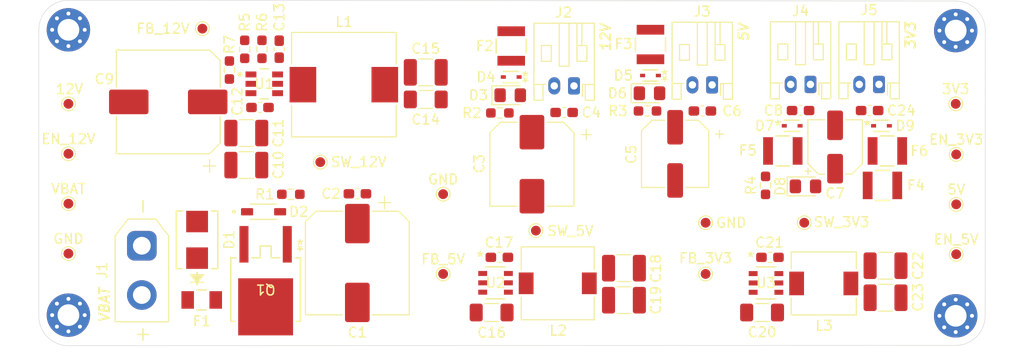
<source format=kicad_pcb>
(kicad_pcb (version 20241229) (generator "pcbnew") (generator_version "9.0")
  (layers (0 "F.Cu" mixed "L1 - SIGNAL ") (4 "In1.Cu" power "L2 - GND") (6 "In2.Cu" power "L3 - POWER") (2 "B.Cu" mixed "L4 - GND") (13 "F.Paste" user) (15 "B.Paste" user) (5 "F.SilkS" user "F.Silkscreen") (7 "B.SilkS" user "B.Silkscreen") (1 "F.Mask" user) (3 "B.Mask" user) (25 "Edge.Cuts" user))
  (net 0 "")
  (net 1 "VBAT")
  (net 2 "GND")
  (net 3 "Net-(D3-A)")
  (net 4 "Net-(D6-A)")
  (net 5 "Net-(U1-SW)")
  (net 6 "Net-(U1-CB)")
  (net 7 "12V_BUS")
  (net 8 "Net-(U2-BST)")
  (net 9 "Net-(U2-SW)")
  (net 10 "5V_BUS")
  (net 11 "Net-(U3-BST)")
  (net 12 "Net-(U3-SW)")
  (net 13 "3V3_BUS")
  (net 14 "Net-(D2-A)")
  (net 15 "Net-(D3-K)")
  (net 16 "Net-(D6-K)")
  (net 17 "Net-(D8-K)")
  (net 18 "Net-(J1-Pin_2)")
  (net 19 "Net-(U1-FB)")
  (net 20 "Net-(Q1-D)")
  (net 21 "Net-(J4-Pin_2)")
  (net 22 "Net-(J5-Pin_2)")
  (net 23 "/3V3_SPLIT")
  (net 24 "Net-(U1-EN)")
  (footprint "test_point_custom:TestPoint_Pad_D1.0mm" (layer "F.Cu") (at 15.02132 37.733333)
    (property "Reference" "GND1")
    (property "Value" "GND" (at 0 -1.5 0) (layer "F.SilkS"))
    (pad "1" smd circle (at 0 0) (size 1 1) (layers "F.Cu" "F.Mask") (net 2 "GND"))
  )
  (footprint "Capacitor_SMD:CP_Elec_10x10" (layer "F.Cu") (at 25.1375 22.3375 180)
    (property "Reference" "C9" (at 6.475 2.325 0) (layer "F.SilkS"))
    (property "Value" "22uF")
    (pad "1" smd roundrect (at -4 0 180) (size 4 2.5) (layers "F.Cu" "F.Mask" "F.Paste") (roundrect_rratio 0.1) (net 1 "VBAT"))
    (pad "2" smd roundrect (at 4 0 180) (size 4 2.5) (layers "F.Cu" "F.Mask" "F.Paste") (roundrect_rratio 0.1) (net 2 "GND"))
  )
  (footprint "Connector_JST:JST_PH_S2B-PH-K_1x02_P2.00mm_Horizontal" (layer "F.Cu") (at 66.2625 20.7097 180)
    (property "Reference" "J2" (at 1.05 7.4472 0) (layer "F.SilkS"))
    (property "Value" "JST-PH_01x02")
    (pad "1" thru_hole roundrect (at 0 0 180) (size 1.2 1.75) (drill 0.75) (layers "*.Cu" "*.Mask") (roundrect_rratio 0.208333) (net 2 "GND"))
    (pad "2" thru_hole oval (at 2 0 180) (size 1.2 1.75) (drill 0.75) (layers "*.Cu" "*.Mask") (net 3 "Net-(D3-A)"))
  )
  (footprint "ESD5Z5.0T1G:SOD-523_0P9X1P3_ONS" (layer "F.Cu") (at 97.425 24.7625)
    (property "Reference" "D9" (at 2.4 0 0) (layer "F.SilkS"))
    (property "Value" "3.3Vrwm")
    (fp_text user "*" (at -1.4351 0 0) (layer "F.SilkS"))
    (fp_text user "*" (at -1.4351 0 0) (layer "F.SilkS"))
    (pad "1" smd rect (at -0.8001 0) (size 0.508 0.3556) (layers "F.Cu" "F.Mask" "F.Paste") (net 22 "Net-(J5-Pin_2)"))
    (pad "2" smd rect (at 0.8001 0) (size 0.508 0.3556) (layers "F.Cu" "F.Mask" "F.Paste") (net 2 "GND"))
  )
  (footprint "Capacitor_SMD:C_1210_3225Metric_Pad1.33x2.70mm_HandSolder" (layer "F.Cu") (at 71.325 39.2125)
    (property "Reference" "C18" (at 3.23575 0.0375 90) (layer "F.SilkS"))
    (property "Value" "22uF")
    (pad "1" smd roundrect (at -1.5625 0) (size 1.325 2.7) (layers "F.Cu" "F.Mask" "F.Paste") (roundrect_rratio 0.188679) (net 10 "5V_BUS"))
    (pad "2" smd roundrect (at 1.5625 0) (size 1.325 2.7) (layers "F.Cu" "F.Mask" "F.Paste") (roundrect_rratio 0.188679) (net 2 "GND"))
  )
  (footprint "Capacitor_SMD:C_0603_1608Metric_Pad1.08x0.95mm_HandSolder" (layer "F.Cu") (at 86.125 38.1125)
    (property "Reference" "C21" (at -0.0375 -1.5 0) (layer "F.SilkS"))
    (property "Value" "0.1uF")
    (pad "1" smd roundrect (at -0.8625 0) (size 1.075 0.95) (layers "F.Cu" "F.Mask" "F.Paste") (net 11 "Net-(U3-BST)"))
    (pad "2" smd roundrect (at 0.8625 0) (size 1.075 0.95) (layers "F.Cu" "F.Mask" "F.Paste") (net 12 "Net-(U3-SW)"))
  )
  (footprint "Resistor_SMD:R_0603_1608Metric_Pad0.98x0.95mm_HandSolder" (layer "F.Cu") (at 73.7125 23.2597 180)
    (property "Reference" "R3" (at 3 0 0) (layer "F.SilkS"))
    (property "Value" "1.5k")
    (pad "1" smd roundrect (at -0.9125 0 180) (size 0.975 0.95) (layers "F.Cu" "F.Mask" "F.Paste") (net 2 "GND"))
    (pad "2" smd roundrect (at 0.9125 0 180) (size 0.975 0.95) (layers "F.Cu" "F.Mask" "F.Paste") (net 16 "Net-(D6-K)"))
  )
  (footprint "Connector_JST:JST_PH_S2B-PH-K_1x02_P2.00mm_Horizontal" (layer "F.Cu") (at 90.225 20.5625 180)
    (property "Reference" "J4" (at 1 7.45 0) (layer "F.SilkS"))
    (property "Value" "JST-PH_01x02")
    (pad "1" thru_hole roundrect (at 0 0 180) (size 1.2 1.75) (drill 0.75) (layers "*.Cu" "*.Mask") (roundrect_rratio 0.208333) (net 2 "GND"))
    (pad "2" thru_hole oval (at 2 0 180) (size 1.2 1.75) (drill 0.75) (layers "*.Cu" "*.Mask") (net 21 "Net-(J4-Pin_2)"))
  )
  (footprint "Capacitor_SMD:C_0603_1608Metric_Pad1.08x0.95mm_HandSolder" (layer "F.Cu") (at 34.4375 22.9)
    (property "Reference" "C12" (at -2.3 -0.6 90) (layer "F.SilkS"))
    (property "Value" "0.1uF")
    (pad "1" smd roundrect (at -0.8625 0) (size 1.075 0.95) (layers "F.Cu" "F.Mask" "F.Paste") (net 1 "VBAT"))
    (pad "2" smd roundrect (at 0.8625 0) (size 1.075 0.95) (layers "F.Cu" "F.Mask" "F.Paste") (net 2 "GND"))
  )
  (footprint "ESD5Z5.0T1G:SOD-523_0P9X1P3_ONS" (layer "F.Cu") (at 88.3749 24.7625)
    (property "Reference" "D7" (at -2.8001 0 0) (layer "F.SilkS"))
    (property "Value" "3.3Vrwm")
    (fp_text user "*" (at -1.4351 0 0) (layer "F.SilkS"))
    (fp_text user "*" (at -1.4351 0 0) (layer "F.SilkS"))
    (pad "1" smd rect (at -0.8001 0) (size 0.508 0.3556) (layers "F.Cu" "F.Mask" "F.Paste") (net 21 "Net-(J4-Pin_2)"))
    (pad "2" smd rect (at 0.8001 0) (size 0.508 0.3556) (layers "F.Cu" "F.Mask" "F.Paste") (net 2 "GND"))
  )
  (footprint "test_point_custom:TestPoint_Pad_D1.0mm" (layer "F.Cu") (at 53 39.8)
    (property "Reference" "FB_5V1")
    (property "Value" "FB_5V" (at 0 -1.5 0) (layer "F.SilkS"))
    (pad "1" smd circle (at 0 0) (size 1 1) (layers "F.Cu" "F.Mask") (net 10 "5V_BUS"))
  )
  (footprint "Capacitor_SMD:CP_Elec_8x10" (layer "F.Cu") (at 62 28.6597 -90)
    (property "Reference" "C3" (at -0.0472 5.3375 90) (layer "F.SilkS"))
    (property "Value" "47uF")
    (pad "1" smd roundrect (at -3.25 0 270) (size 3.5 2.5) (layers "F.Cu" "F.Mask" "F.Paste") (roundrect_rratio 0.1) (net 3 "Net-(D3-A)"))
    (pad "2" smd roundrect (at 3.25 0 270) (size 3.5 2.5) (layers "F.Cu" "F.Mask" "F.Paste") (roundrect_rratio 0.1) (net 2 "GND"))
  )
  (footprint "Capacitor_SMD:C_1206_3216Metric_Pad1.33x1.80mm_HandSolder" (layer "F.Cu") (at 57.9125 43.7125)
    (property "Reference" "C16" (at 0 2.037501 0) (layer "F.SilkS"))
    (property "Value" "10uF")
    (pad "1" smd roundrect (at -1.5625 0) (size 1.325 1.8) (layers "F.Cu" "F.Mask" "F.Paste") (roundrect_rratio 0.188679) (net 7 "12V_BUS"))
    (pad "2" smd roundrect (at 1.5625 0) (size 1.325 1.8) (layers "F.Cu" "F.Mask" "F.Paste") (roundrect_rratio 0.188679) (net 2 "GND"))
  )
  (footprint "test_point_custom:TestPoint_Pad_D1.0mm" (layer "F.Cu") (at 105 27.666667)
    (property "Reference" "EN_3V3")
    (property "Value" "EN_3V3" (at 0 -1.5 0) (layer "F.SilkS"))
    (pad "1" smd circle (at 0 0) (size 1 1) (layers "F.Cu" "F.Mask") (net 10 "5V_BUS"))
  )
  (footprint "Capacitor_SMD:C_1210_3225Metric_Pad1.33x2.70mm_HandSolder" (layer "F.Cu") (at 33.05 25.5)
    (property "Reference" "C11" (at 3.25 0 90) (layer "F.SilkS"))
    (property "Value" "2.2uF")
    (pad "1" smd roundrect (at -1.5625 0) (size 1.325 2.7) (layers "F.Cu" "F.Mask" "F.Paste") (roundrect_rratio 0.188679) (net 1 "VBAT"))
    (pad "2" smd roundrect (at 1.5625 0) (size 1.325 2.7) (layers "F.Cu" "F.Mask" "F.Paste") (roundrect_rratio 0.188679) (net 2 "GND"))
  )
  (footprint "MountingHole:MountingHole_2.2mm_M2_Pad_Via" (layer "F.Cu") (at 104.95 44.05)
    (property "Reference" "H4" (hide yes))
    (property "Value" "MountingHole_Pad")
    (pad "1" thru_hole circle (at -1.65 0) (size 0.7 0.7) (drill 0.4) (layers "*.Cu" "*.Mask"))
    (pad "1" thru_hole circle (at -1.166726 -1.166726) (size 0.7 0.7) (drill 0.4) (layers "*.Cu" "*.Mask"))
    (pad "1" thru_hole circle (at -1.166726 1.166726) (size 0.7 0.7) (drill 0.4) (layers "*.Cu" "*.Mask"))
    (pad "1" thru_hole circle (at 0 -1.65) (size 0.7 0.7) (drill 0.4) (layers "*.Cu" "*.Mask"))
    (pad "1" thru_hole circle (at 0 0) (size 4.4 4.4) (drill 2.2) (layers "*.Cu" "*.Mask"))
    (pad "1" thru_hole circle (at 0 1.65) (size 0.7 0.7) (drill 0.4) (layers "*.Cu" "*.Mask"))
    (pad "1" thru_hole circle (at 1.166726 -1.166726) (size 0.7 0.7) (drill 0.4) (layers "*.Cu" "*.Mask"))
    (pad "1" thru_hole circle (at 1.166726 1.166726) (size 0.7 0.7) (drill 0.4) (layers "*.Cu" "*.Mask"))
    (pad "1" thru_hole circle (at 1.65 0) (size 0.7 0.7) (drill 0.4) (layers "*.Cu" "*.Mask"))
  )
  (footprint "test_point_custom:TestPoint_Pad_D1.0mm" (layer "F.Cu") (at 62.4 35.4)
    (property "Reference" "SW_5V1")
    (property "Value" "SW_5V" (at 3.5 0.0375 0) (layer "F.SilkS"))
    (pad "1" smd circle (at 0 0) (size 1 1) (layers "F.Cu" "F.Mask") (net 9 "Net-(U2-SW)"))
  )
  (footprint "test_point_custom:TestPoint_Pad_D1.0mm" (layer "F.Cu") (at 15.02132 22.533333)
    (property "Reference" "12V1")
    (property "Value" "12V" (at 0.1 -1.5 0) (layer "F.SilkS"))
    (pad "1" smd circle (at 0 0) (size 1 1) (layers "F.Cu" "F.Mask") (net 7 "12V_BUS"))
  )
  (footprint "LMR51635XFDDCR:DDC0006A-MFG" (layer "F.Cu") (at 34.871508 20.500999)
    (property "Reference" "U1" (at 0 0 0) (layer "F.SilkS"))
    (property "Value" "LMR51635XFDDCR" (hide yes))
    (pad "1" smd rect (at -1.349992 -0.950001) (size 1.1 0.599999) (layers "F.Cu" "F.Mask" "F.Paste") (net 19 "Net-(U1-FB)"))
    (pad "2" smd rect (at -1.349992 0) (size 1.1 0.599999) (layers "F.Cu" "F.Mask" "F.Paste") (net 24 "Net-(U1-EN)"))
    (pad "3" smd rect (at -1.349992 0.950001) (size 1.1 0.599999) (layers "F.Cu" "F.Mask" "F.Paste") (net 1 "VBAT"))
    (pad "4" smd rect (at 1.349992 0.950001) (size 1.1 0.599999) (layers "F.Cu" "F.Mask" "F.Paste") (net 2 "GND"))
    (pad "5" smd rect (at 1.349992 0) (size 1.1 0.599999) (layers "F.Cu" "F.Mask" "F.Paste") (net 5 "Net-(U1-SW)"))
    (pad "6" smd rect (at 1.349992 -0.950001) (size 1.1 0.599999) (layers "F.Cu" "F.Mask" "F.Paste") (net 6 "Net-(U1-CB)"))
  )
  (footprint "MountingHole:MountingHole_2.2mm_M2_Pad_Via" (layer "F.Cu") (at 15.02132 43.97868)
    (property "Reference" "H3" (hide yes))
    (property "Value" "MountingHole_Pad")
    (pad "1" thru_hole circle (at -1.65 0) (size 0.7 0.7) (drill 0.4) (layers "*.Cu" "*.Mask"))
    (pad "1" thru_hole circle (at -1.166726 -1.166726) (size 0.7 0.7) (drill 0.4) (layers "*.Cu" "*.Mask"))
    (pad "1" thru_hole circle (at -1.166726 1.166726) (size 0.7 0.7) (drill 0.4) (layers "*.Cu" "*.Mask"))
    (pad "1" thru_hole circle (at 0 -1.65) (size 0.7 0.7) (drill 0.4) (layers "*.Cu" "*.Mask"))
    (pad "1" thru_hole circle (at 0 0) (size 4.4 4.4) (drill 2.2) (layers "*.Cu" "*.Mask"))
    (pad "1" thru_hole circle (at 0 1.65) (size 0.7 0.7) (drill 0.4) (layers "*.Cu" "*.Mask"))
    (pad "1" thru_hole circle (at 1.166726 -1.166726) (size 0.7 0.7) (drill 0.4) (layers "*.Cu" "*.Mask"))
    (pad "1" thru_hole circle (at 1.166726 1.166726) (size 0.7 0.7) (drill 0.4) (layers "*.Cu" "*.Mask"))
    (pad "1" thru_hole circle (at 1.65 0) (size 0.7 0.7) (drill 0.4) (layers "*.Cu" "*.Mask"))
  )
  (footprint "LED_SMD:LED_0805_2012Metric_Pad1.15x1.40mm_HandSolder" (layer "F.Cu") (at 73.9125 21.4597)
    (property "Reference" "D6" (at -3.25 0 0) (layer "F.SilkS"))
    (property "Value" "2Vf")
    (pad "1" smd roundrect (at -1.025 0) (size 1.15 1.4) (layers "F.Cu" "F.Mask" "F.Paste") (roundrect_rratio 0.217391) (net 16 "Net-(D6-K)"))
    (pad "2" smd roundrect (at 1.025 0) (size 1.15 1.4) (layers "F.Cu" "F.Mask" "F.Paste") (roundrect_rratio 0.217391) (net 4 "Net-(D6-A)"))
  )
  (footprint "Connector_JST:JST_PH_S2B-PH-K_1x02_P2.00mm_Horizontal" (layer "F.Cu") (at 80.2625 20.6097 180)
    (property "Reference" "J3" (at 1 7.4472 0) (layer "F.SilkS"))
    (property "Value" "JST-PH_01x02")
    (pad "1" thru_hole roundrect (at 0 0 180) (size 1.2 1.75) (drill 0.75) (layers "*.Cu" "*.Mask") (roundrect_rratio 0.208333) (net 2 "GND"))
    (pad "2" thru_hole oval (at 2 0 180) (size 1.2 1.75) (drill 0.75) (layers "*.Cu" "*.Mask") (net 4 "Net-(D6-A)"))
  )
  (footprint "GSFD6959:PMOSGDS_TO-252_DPAK_GAS" (layer "F.Cu") (at 35.007499 41.3849 180)
    (property "Reference" "Q1" (at 0 0 180) (layer "F.SilkS"))
    (property "Value" "60Vds")
    (fp_text user "*" (at -3.5 4.5 0) (layer "F.SilkS"))
    (fp_text user "*" (at -3.5 4.5 180) (layer "F.SilkS"))
    (pad "1" smd rect (at -2.194999 4.5974 180) (size 0.9144 3.7084) (layers "F.Cu" "F.Mask" "F.Paste") (net 14 "Net-(D2-A)"))
    (pad "2" smd rect (at 0 -1.7526 180) (size 5.5626 5.7912) (layers "F.Cu" "F.Mask" "F.Paste") (net 20 "Net-(Q1-D)"))
    (pad "3" smd rect (at 2.194999 4.5974 180) (size 0.9144 3.7084) (layers "F.Cu" "F.Mask" "F.Paste") (net 1 "VBAT"))
  )
  (footprint "test_point_custom:TestPoint_Pad_D1.0mm" (layer "F.Cu") (at 79.6 34.6)
    (property "Reference" "GND3")
    (property "Value" "GND" (at 2.6 0 0) (layer "F.SilkS"))
    (pad "1" smd circle (at 0 0) (size 1 1) (layers "F.Cu" "F.Mask") (net 2 "GND"))
  )
  (footprint "Resistor_SMD:R_0603_1608Metric_Pad0.98x0.95mm_HandSolder" (layer "F.Cu") (at 37.5625 31.7125)
    (property "Reference" "R1" (at -2.6375 0 0) (layer "F.SilkS"))
    (property "Value" "100k")
    (pad "1" smd roundrect (at -0.9125 0) (size 0.975 0.95) (layers "F.Cu" "F.Mask" "F.Paste") (net 14 "Net-(D2-A)"))
    (pad "2" smd roundrect (at 0.9125 0) (size 0.975 0.95) (layers "F.Cu" "F.Mask" "F.Paste") (net 2 "GND"))
  )
  (footprint "0ZCH0050FF2G:0ZCH_BEL" (layer "F.Cu") (at 98.0236 27.3125)
    (property "Reference" "F6" (at 3.25 0 0) (layer "F.SilkS"))
    (property "Value" "0.5A 16V")
    (pad "1" smd rect (at -1.4986 0) (size 0.9906 2.794) (layers "F.Cu" "F.Mask" "F.Paste") (net 22 "Net-(J5-Pin_2)"))
    (pad "2" smd rect (at 1.4986 0) (size 0.9906 2.794) (layers "F.Cu" "F.Mask" "F.Paste") (net 23 "/3V3_SPLIT"))
  )
  (footprint "SMBJ51A-13-F:SMB_DIO" (layer "F.Cu") (at 28.063098 36.3375 90)
    (property "Reference" "D1" (at 0 3.25 90) (layer "F.SilkS"))
    (property "Value" "51Vrwm")
    (pad "1" smd rect (at -1.8572 0 180) (size 2.21 2.1804) (layers "F.Cu" "F.Mask" "F.Paste") (net 20 "Net-(Q1-D)"))
    (pad "2" smd rect (at 1.8572 0 180) (size 2.21 2.1804) (layers "F.Cu" "F.Mask" "F.Paste") (net 2 "GND"))
  )
  (footprint "0ZCH0050FF2G:0ZCH_BEL" (layer "F.Cu") (at 97.525 30.8125)
    (property "Reference" "F4" (at 3.4 0 0) (layer "F.SilkS"))
    (property "Value" "0.5A 16V")
    (pad "1" smd rect (at -1.4986 0) (size 0.9906 2.794) (layers "F.Cu" "F.Mask" "F.Paste") (net 23 "/3V3_SPLIT"))
    (pad "2" smd rect (at 1.4986 0) (size 0.9906 2.794) (layers "F.Cu" "F.Mask" "F.Paste") (net 13 "3V3_BUS"))
  )
  (footprint "Capacitor_SMD:C_1206_3216Metric_Pad1.33x1.80mm_HandSolder" (layer "F.Cu") (at 51.2375 22.0875)
    (property "Reference" "C14" (at 0 2.05 0) (layer "F.SilkS"))
    (property "Value" "10uF")
    (pad "1" smd roundrect (at -1.5625 0) (size 1.325 1.8) (layers "F.Cu" "F.Mask" "F.Paste") (roundrect_rratio 0.188679) (net 7 "12V_BUS"))
    (pad "2" smd roundrect (at 1.5625 0) (size 1.325 1.8) (layers "F.Cu" "F.Mask" "F.Paste") (roundrect_rratio 0.188679) (net 2 "GND"))
  )
  (footprint "Resistor_SMD:R_0603_1608Metric_Pad0.98x0.95mm_HandSolder" (layer "F.Cu") (at 85.675 30.81125 -90)
    (property "Reference" "R4" (at 0 1.4875 90) (layer "F.SilkS"))
    (property "Value" "680")
    (pad "1" smd roundrect (at -0.9125 0 270) (size 0.975 0.95) (layers "F.Cu" "F.Mask" "F.Paste") (net 2 "GND"))
    (pad "2" smd roundrect (at 0.9125 0 270) (size 0.975 0.95) (layers "F.Cu" "F.Mask" "F.Paste") (net 17 "Net-(D8-K)"))
  )
  (footprint "AP63205WU-7:SOIC_05WU-7_DIO" (layer "F.Cu") (at 58.31075 40.700001)
    (property "Reference" "U2" (at 0 0 0) (layer "F.SilkS"))
    (property "Value" "AP63205WU-7")
    (fp_text user "*" (at -1.55575 -2.601 0) (layer "F.SilkS"))
    (fp_text user "*" (at -1.55575 -2.601 0) (layer "F.SilkS"))
    (pad "1" smd rect (at -1.30175 -0.950001) (size 0.9017 0.508) (layers "F.Cu" "F.Mask" "F.Paste") (net 10 "5V_BUS"))
    (pad "2" smd rect (at -1.30175 0) (size 0.9017 0.508) (layers "F.Cu" "F.Mask" "F.Paste") (net 7 "12V_BUS"))
    (pad "3" smd rect (at -1.30175 0.950001) (size 0.9017 0.508) (layers "F.Cu" "F.Mask" "F.Paste") (net 7 "12V_BUS"))
    (pad "4" smd rect (at 1.30175 0.950001) (size 0.9017 0.508) (layers "F.Cu" "F.Mask" "F.Paste") (net 2 "GND"))
    (pad "5" smd rect (at 1.30175 0) (size 0.9017 0.508) (layers "F.Cu" "F.Mask" "F.Paste") (net 9 "Net-(U2-SW)"))
    (pad "6" smd rect (at 1.30175 -0.950001) (size 0.9017 0.508) (layers "F.Cu" "F.Mask" "F.Paste") (net 8 "Net-(U2-BST)"))
  )
  (footprint "0ZCH0050FF2G:0ZCH_BEL" (layer "F.Cu") (at 74.0125 16.5111 90)
    (property "Reference" "F3" (at 0.0614 -2.73 0) (layer "F.SilkS"))
    (property "Value" "0.5A 16V")
    (pad "1" smd rect (at -1.4986 0 90) (size 0.9906 2.794) (layers "F.Cu" "F.Mask" "F.Paste") (net 4 "Net-(D6-A)"))
    (pad "2" smd rect (at 1.4986 0 90) (size 0.9906 2.794) (layers "F.Cu" "F.Mask" "F.Paste") (net 10 "5V_BUS"))
  )
  (footprint "Capacitor_SMD:C_1210_3225Metric_Pad1.33x2.70mm_HandSolder" (layer "F.Cu") (at 71.325 42.4625)
    (property "Reference" "C19" (at 3.23575 0 90) (layer "F.SilkS"))
    (property "Value" "22uF")
    (pad "1" smd roundrect (at -1.5625 0) (size 1.325 2.7) (layers "F.Cu" "F.Mask" "F.Paste") (roundrect_rratio 0.188679) (net 10 "5V_BUS"))
    (pad "2" smd roundrect (at 1.5625 0) (size 1.325 2.7) (layers "F.Cu" "F.Mask" "F.Paste") (roundrect_rratio 0.188679) (net 2 "GND"))
  )
  (footprint "Capacitor_SMD:C_1210_3225Metric_Pad1.33x2.70mm_HandSolder" (layer "F.Cu") (at 97.8375 42.2125)
    (property "Reference" "C23" (at 3.2875 -0.05 90) (layer "F.SilkS"))
    (property "Value" "22uF")
    (pad "1" smd roundrect (at -1.5625 0) (size 1.325 2.7) (layers "F.Cu" "F.Mask" "F.Paste") (roundrect_rratio 0.188679) (net 13 "3V3_BUS"))
    (pad "2" smd roundrect (at 1.5625 0) (size 1.325 2.7) (layers "F.Cu" "F.Mask" "F.Paste") (roundrect_rratio 0.188679) (net 2 "GND"))
  )
  (footprint "Connector_AMASS:AMASS_XT30UPB-M_1x02_P5.0mm_Vertical" (layer "F.Cu") (at 22.4625 36.9375 -90)
    (property "Reference" "J1" (at 2.5 4.014998 90) (layer "F.SilkS"))
    (property "Value" "XT30-M_Ver")
    (fp_text user "+" (at 9 0 90) (layer "F.SilkS") (effects (font (size 1.5 1.5))))
    (fp_text user "-" (at -4 0 90) (layer "F.SilkS") (effects (font (size 1.5 1.5))))
    (pad "1" thru_hole roundrect (at 0 0 270) (size 3 3) (drill 1.8) (layers "*.Cu" "*.Mask") (net 2 "GND"))
    (pad "2" thru_hole circle (at 5 0 270) (size 3 3) (drill 1.8) (layers "*.Cu" "*.Mask") (net 18 "Net-(J1-Pin_2)"))
  )
  (footprint "Capacitor_SMD:CP_Elec_10x10" (layer "F.Cu") (at 44.302498 38.6875 -90)
    (property "Reference" "C1" (at 7.05 0 180) (layer "F.SilkS"))
    (property "Value" "47uF")
    (pad "1" smd roundrect (at -4 0 270) (size 4 2.5) (layers "F.Cu" "F.Mask" "F.Paste") (roundrect_rratio 0.1) (net 1 "VBAT"))
    (pad "2" smd roundrect (at 4 0 270) (size 4 2.5) (layers "F.Cu" "F.Mask" "F.Paste") (roundrect_rratio 0.1) (net 2 "GND"))
  )
  (footprint "Inductor_SMD:L_10.4x10.4_H4.8" (layer "F.Cu") (at 42.9375 20.5875)
    (property "Reference" "L1" (at 0.025 -6.375 0) (layer "F.SilkS"))
    (property "Value" "51uH")
    (pad "1" smd rect (at -4.15 0) (size 2.7 3.6) (layers "F.Cu" "F.Mask" "F.Paste") (net 5 "Net-(U1-SW)"))
    (pad "2" smd rect (at 4.15 0) (size 2.7 3.6) (layers "F.Cu" "F.Mask" "F.Paste") (net 7 "12V_BUS"))
  )
  (footprint "Capacitor_SMD:C_1206_3216Metric_Pad1.33x1.80mm_HandSolder" (layer "F.Cu") (at 85.325 43.7125)
    (property "Reference" "C20" (at 0 2 0) (layer "F.SilkS"))
    (property "Value" "10uF")
    (pad "1" smd roundrect (at -1.5625 0) (size 1.325 1.8) (layers "F.Cu" "F.Mask" "F.Paste") (roundrect_rratio 0.188679) (net 10 "5V_BUS"))
    (pad "2" smd roundrect (at 1.5625 0) (size 1.325 1.8) (layers "F.Cu" "F.Mask" "F.Paste") (roundrect_rratio 0.188679) (net 2 "GND"))
  )
  (footprint "LED_SMD:LED_0805_2012Metric_Pad1.15x1.40mm_HandSolder" (layer "F.Cu") (at 59.8 21.6597)
    (property "Reference" "D3" (at -3.225 0 0) (layer "F.SilkS"))
    (property "Value" "2Vf")
    (pad "1" smd roundrect (at -1.025 0) (size 1.15 1.4) (layers "F.Cu" "F.Mask" "F.Paste") (roundrect_rratio 0.217391) (net 15 "Net-(D3-K)"))
    (pad "2" smd roundrect (at 1.025 0) (size 1.15 1.4) (layers "F.Cu" "F.Mask" "F.Paste") (roundrect_rratio 0.217391) (net 3 "Net-(D3-A)"))
  )
  (footprint "Capacitor_SMD:C_1210_3225Metric_Pad1.33x2.70mm_HandSolder" (layer "F.Cu") (at 97.8375 38.9625)
    (property "Reference" "C22" (at 3.2875 0 90) (layer "F.SilkS"))
    (property "Value" "22uF")
    (pad "1" smd roundrect (at -1.5625 0) (size 1.325 2.7) (layers "F.Cu" "F.Mask" "F.Paste") (roundrect_rratio 0.188679) (net 13 "3V3_BUS"))
    (pad "2" smd roundrect (at 1.5625 0) (size 1.325 2.7) (layers "F.Cu" "F.Mask" "F.Paste") (roundrect_rratio 0.188679) (net 2 "GND"))
  )
  (footprint "Capacitor_SMD:CP_Elec_6.3x7.7" (layer "F.Cu") (at 76.5125 27.6097 -90)
    (property "Reference" "C5" (at 0.05 4.45 90) (layer "F.SilkS"))
    (property "Value" "47uF")
    (pad "1" smd roundrect (at -2.7 0 270) (size 3.5 1.6) (layers "F.Cu" "F.Mask" "F.Paste") (roundrect_rratio 0.15625) (net 4 "Net-(D6-A)"))
    (pad "2" smd roundrect (at 2.7 0 270) (size 3.5 1.6) (layers "F.Cu" "F.Mask" "F.Paste") (roundrect_rratio 0.15625) (net 2 "GND"))
  )
  (footprint "BZT52C15-7-F:SOD3715X135N" (layer "F.Cu") (at 34.802498 33.4875)
    (property "Reference" "D2" (at 3.5606 0 0) (layer "F.SilkS"))
    (property "Value" "15Vz")
    (pad "1" smd roundrect (at -1.675 0) (size 1.22 0.74) (layers "F.Cu" "F.Mask" "F.Paste") (roundrect_rratio 0.125) (net 1 "VBAT"))
    (pad "2" smd roundrect (at 1.675 0) (size 1.22 0.74) (layers "F.Cu" "F.Mask" "F.Paste") (roundrect_rratio 0.125) (net 14 "Net-(D2-A)"))
  )
  (footprint "Resistor_SMD:R_0603_1608Metric_Pad0.98x0.95mm_HandSolder" (layer "F.Cu") (at 58.75 23.4597 180)
    (property "Reference" "R2" (at 2.8375 0 0) (layer "F.SilkS"))
    (property "Value" "4.7k")
    (pad "1" smd roundrect (at -0.9125 0 180) (size 0.975 0.95) (layers "F.Cu" "F.Mask" "F.Paste") (net 2 "GND"))
    (pad "2" smd roundrect (at 0.9125 0 180) (size 0.975 0.95) (layers "F.Cu" "F.Mask" "F.Paste") (net 15 "Net-(D3-K)"))
  )
  (footprint "Capacitor_SMD:C_0603_1608Metric_Pad1.08x0.95mm_HandSolder" (layer "F.Cu") (at 36.3875 16.9875 90)
    (property "Reference" "C13" (at 3.25 0 90) (layer "F.SilkS"))
    (property "Value" "0.1uF")
    (pad "1" smd roundrect (at -0.8625 0 90) (size 1.075 0.95) (layers "F.Cu" "F.Mask" "F.Paste") (net 6 "Net-(U1-CB)"))
    (pad "2" smd roundrect (at 0.8625 0 90) (size 1.075 0.95) (layers "F.Cu" "F.Mask" "F.Paste") (net 5 "Net-(U1-SW)"))
  )
  (footprint "Capacitor_SMD:C_0603_1608Metric_Pad1.08x0.95mm_HandSolder" (layer "F.Cu") (at 65.2625 23.4097)
    (property "Reference" "C4" (at 2.75 0 0) (layer "F.SilkS"))
    (property "Value" "0.1uF")
    (pad "1" smd roundrect (at -0.8625 0) (size 1.075 0.95) (layers "F.Cu" "F.Mask" "F.Paste") (net 3 "Net-(D3-A)"))
    (pad "2" smd roundrect (at 0.8625 0) (size 1.075 0.95) (layers "F.Cu" "F.Mask" "F.Paste") (net 2 "GND"))
  )
  (footprint "test_point_custom:TestPoint_Pad_D1.0mm" (layer "F.Cu") (at 89.6 34.6)
    (property "Reference" "SW_3V3")
    (property "Value" "SW_3V3" (at 3.7875 -0.0625 0) (layer "F.SilkS"))
    (pad "1" smd circle (at 0 0) (size 1 1) (layers "F.Cu" "F.Mask") (net 12 "Net-(U3-SW)"))
  )
  (footprint "Capacitor_SMD:C_0603_1608Metric_Pad1.08x0.95mm_HandSolder" (layer "F.Cu") (at 79.275 23.2597)
    (property "Reference" "C6" (at 3 0 0) (layer "F.SilkS"))
    (property "Value" "0.1uF")
    (pad "1" smd roundrect (at -0.8625 0) (size 1.075 0.95) (layers "F.Cu" "F.Mask" "F.Paste") (net 4 "Net-(D6-A)"))
    (pad "2" smd roundrect (at 0.8625 0) (size 1.075 0.95) (layers "F.Cu" "F.Mask" "F.Paste") (net 2 "GND"))
  )
  (footprint "test_point_custom:TestPoint_Pad_D1.0mm" (layer "F.Cu") (at 53 31.7)
    (property "Reference" "GND2")
    (property "Value" "GND" (at 0 -1.5 0) (layer "F.SilkS"))
    (pad "1" smd circle (at 0 0) (size 1 1) (layers "F.Cu" "F.Mask") (net 2 "GND"))
  )
  (footprint "test_point_custom:TestPoint_Pad_D1.0mm" (layer "F.Cu") (at 79.6 39.8)
    (property "Reference" "FB_3V3")
    (property "Value" "FB_3V3" (at 0 -1.6 0) (layer "F.SilkS"))
    (pad "1" smd circle (at 0 0) (size 1 1) (layers "F.Cu" "F.Mask") (net 13 "3V3_BUS"))
  )
  (footprint "Capacitor_SMD:C_0603_1608Metric_Pad1.08x0.95mm_HandSolder" (layer "F.Cu") (at 58.7 38.1125)
    (property "Reference" "C17" (at -0.0375 -1.5 0) (layer "F.SilkS"))
    (property "Value" "0.1uF")
    (pad "1" smd roundrect (at -0.8625 0) (size 1.075 0.95) (layers "F.Cu" "F.Mask" "F.Paste") (net 8 "Net-(U2-BST)"))
    (pad "2" smd roundrect (at 0.8625 0) (size 1.075 0.95) (layers "F.Cu" "F.Mask" "F.Paste") (net 9 "Net-(U2-SW)"))
  )
  (footprint "0685T3500-01:C1_BEL" (layer "F.Cu") (at 28.530098 42.4375)
    (property "Reference" "F1" (at 0 2.15 0) (layer "F.SilkS"))
    (property "Value" "3.5A 63V")
    (pad "1" smd rect (at -1.4224 0) (size 1.27 1.778) (layers "F.Cu" "F.Mask" "F.Paste") (net 18 "Net-(J1-Pin_2)"))
    (pad "2" smd rect (at 1.4224 0) (size 1.27 1.778) (layers "F.Cu" "F.Mask" "F.Paste") (net 20 "Net-(Q1-D)"))
  )
  (footprint "ESD5Z5.0T1G:SOD-523_0P9X1P3_ONS" (layer "F.Cu") (at 74.0125 19.6597 180)
    (property "Reference" "D5" (at 2.75 0 0) (layer "F.SilkS"))
    (property "Value" "5Vrwm")
    (fp_text user "*" (at -1.4351 0 180) (layer "F.SilkS"))
    (fp_text user "*" (at -1.4351 0 0) (layer "F.SilkS"))
    (pad "1" smd rect (at -0.8001 0 180) (size 0.508 0.3556) (layers "F.Cu" "F.Mask" "F.Paste") (net 4 "Net-(D6-A)"))
    (pad "2" smd rect (at 0.8001 0 180) (size 0.508 0.3556) (layers "F.Cu" "F.Mask" "F.Paste") (net 2 "GND"))
  )
  (footprint "Resistor_SMD:R_0603_1608Metric_Pad0.98x0.95mm_HandSolder" (layer "F.Cu") (at 34.6375 17 90)
    (property "Reference" "R6" (at 2.75 0 90) (layer "F.SilkS"))
    (property "Value" "10.2k")
    (pad "1" smd roundrect (at -0.9125 0 90) (size 0.975 0.95) (layers "F.Cu" "F.Mask" "F.Paste") (net 19 "Net-(U1-FB)"))
    (pad "2" smd roundrect (at 0.9125 0 90) (size 0.975 0.95) (layers "F.Cu" "F.Mask" "F.Paste") (net 2 "GND"))
  )
  (footprint "LED_SMD:LED_0805_2012Metric_Pad1.15x1.40mm_HandSolder" (layer "F.Cu") (at 89.725 30.9125)
    (property "Reference" "D8" (at -2.55 0 90) (layer "F.SilkS"))
    (property "Value" "2Vf")
    (pad "1" smd roundrect (at -1.025 0) (size 1.15 1.4) (layers "F.Cu" "F.Mask" "F.Paste") (roundrect_rratio 0.217391) (net 17 "Net-(D8-K)"))
    (pad "2" smd roundrect (at 1.025 0) (size 1.15 1.4) (layers "F.Cu" "F.Mask" "F.Paste") (roundrect_rratio 0.217391) (net 23 "/3V3_SPLIT"))
  )
  (footprint "test_point_custom:TestPoint_Pad_D1.0mm" (layer "F.Cu") (at 105 37.8)
    (property "Reference" "EN_5V1")
    (property "Value" "EN_5V" (at 0 -1.5 0) (layer "F.SilkS"))
    (pad "1" smd circle (at 0 0) (size 1 1) (layers "F.Cu" "F.Mask") (net 7 "12V_BUS"))
  )
  (footprint "test_point_custom:TestPoint_Pad_D1.0mm" (layer "F.Cu") (at 104.95 22.533333)
    (property "Reference" "3V3")
    (property "Value" "3V3" (at 0 -1.5 0) (layer "F.SilkS"))
    (pad "1" smd circle (at 0 0) (size 1 1) (layers "F.Cu" "F.Mask") (net 13 "3V3_BUS"))
  )
  (footprint "Connector_JST:JST_PH_S2B-PH-K_1x02_P2.00mm_Horizontal" (layer "F.Cu") (at 97.175 20.5625 180)
    (property "Reference" "J5" (at 1 7.55 0) (layer "F.SilkS"))
    (property "Value" "JST-PH_01x02")
    (pad "1" thru_hole roundrect (at 0 0 180) (size 1.2 1.75) (drill 0.75) (layers "*.Cu" "*.Mask") (roundrect_rratio 0.208333) (net 2 "GND"))
    (pad "2" thru_hole oval (at 2 0 180) (size 1.2 1.75) (drill 0.75) (layers "*.Cu" "*.Mask") (net 22 "Net-(J5-Pin_2)"))
  )
  (footprint "MountingHole:MountingHole_2.2mm_M2_Pad_Via" (layer "F.Cu") (at 15.02132 15.02132)
    (property "Reference" "H1" (hide yes))
    (property "Value" "MountingHole_Pad")
    (pad "1" thru_hole circle (at -1.65 0) (size 0.7 0.7) (drill 0.4) (layers "*.Cu" "*.Mask"))
    (pad "1" thru_hole circle (at -1.166726 -1.166726) (size 0.7 0.7) (drill 0.4) (layers "*.Cu" "*.Mask"))
    (pad "1" thru_hole circle (at -1.166726 1.166726) (size 0.7 0.7) (drill 0.4) (layers "*.Cu" "*.Mask"))
    (pad "1" thru_hole circle (at 0 -1.65) (size 0.7 0.7) (drill 0.4) (layers "*.Cu" "*.Mask"))
    (pad "1" thru_hole circle (at 0 0) (size 4.4 4.4) (drill 2.2) (layers "*.Cu" "*.Mask"))
    (pad "1" thru_hole circle (at 0 1.65) (size 0.7 0.7) (drill 0.4) (layers "*.Cu" "*.Mask"))
    (pad "1" thru_hole circle (at 1.166726 -1.166726) (size 0.7 0.7) (drill 0.4) (layers "*.Cu" "*.Mask"))
    (pad "1" thru_hole circle (at 1.166726 1.166726) (size 0.7 0.7) (drill 0.4) (layers "*.Cu" "*.Mask"))
    (pad "1" thru_hole circle (at 1.65 0) (size 0.7 0.7) (drill 0.4) (layers "*.Cu" "*.Mask"))
  )
  (footprint "Capacitor_SMD:C_0603_1608Metric_Pad1.08x0.95mm_HandSolder" (layer "F.Cu") (at 44.3125 31.6625)
    (property "Reference" "C2" (at -2.677498 0 0) (layer "F.SilkS"))
    (property "Value" "0.1uF")
    (pad "1" smd roundrect (at -0.8625 0) (size 1.075 0.95) (layers "F.Cu" "F.Mask" "F.Paste") (net 1 "VBAT"))
    (pad "2" smd roundrect (at 0.8625 0) (size 1.075 0.95) (layers "F.Cu" "F.Mask" "F.Paste") (net 2 "GND"))
  )
  (footprint "0ZCH0050FF2G:0ZCH_BEL" (layer "F.Cu") (at 59.9 16.6611 90)
    (property "Reference" "F2" (at 0.0014 -2.6875 0) (layer "F.SilkS"))
    (property "Value" "0.5A 16V")
    (pad "1" smd rect (at -1.4986 0 90) (size 0.9906 2.794) (layers "F.Cu" "F.Mask" "F.Paste") (net 3 "Net-(D3-A)"))
    (pad "2" smd rect (at 1.4986 0 90) (size 0.9906 2.794) (layers "F.Cu" "F.Mask" "F.Paste") (net 7 "12V_BUS"))
  )
  (footprint "Inductor_SMD:L_7.3x7.3_H4.5" (layer "F.Cu") (at 64.6125 40.75)
    (property "Reference" "L2" (at 0.05 4.8 0) (layer "F.SilkS"))
    (property "Value" "4.7uH")
    (pad "1" smd rect (at -3.2 0) (size 1.5 2.2) (layers "F.Cu" "F.Mask" "F.Paste") (net 9 "Net-(U2-SW)"))
    (pad "2" smd rect (at 3.2 0) (size 1.5 2.2) (layers "F.Cu" "F.Mask" "F.Paste") (net 10 "5V_BUS"))
  )
  (footprint "MountingHole:MountingHole_2.2mm_M2_Pad_Via" (layer "F.Cu") (at 104.95 15.1)
    (property "Reference" "H2" (hide yes))
    (property "Value" "MountingHole_Pad")
    (pad "1" thru_hole circle (at -1.65 0) (size 0.7 0.7) (drill 0.4) (layers "*.Cu" "*.Mask"))
    (pad "1" thru_hole circle (at -1.166726 -1.166726) (size 0.7 0.7) (drill 0.4) (layers "*.Cu" "*.Mask"))
    (pad "1" thru_hole circle (at -1.166726 1.166726) (size 0.7 0.7) (drill 0.4) (layers "*.Cu" "*.Mask"))
    (pad "1" thru_hole circle (at 0 -1.65) (size 0.7 0.7) (drill 0.4) (layers "*.Cu" "*.Mask"))
    (pad "1" thru_hole circle (at 0 0) (size 4.4 4.4) (drill 2.2) (layers "*.Cu" "*.Mask"))
    (pad "1" thru_hole circle (at 0 1.65) (size 0.7 0.7) (drill 0.4) (layers "*.Cu" "*.Mask"))
    (pad "1" thru_hole circle (at 1.166726 -1.166726) (size 0.7 0.7) (drill 0.4) (layers "*.Cu" "*.Mask"))
    (pad "1" thru_hole circle (at 1.166726 1.166726) (size 0.7 0.7) (drill 0.4) (layers "*.Cu" "*.Mask"))
    (pad "1" thru_hole circle (at 1.65 0) (size 0.7 0.7) (drill 0.4) (layers "*.Cu" "*.Mask"))
  )
  (footprint "Resistor_SMD:R_0603_1608Metric_Pad0.98x0.95mm_HandSolder" (layer "F.Cu") (at 32.8875 17 -90)
    (property "Reference" "R5" (at -2.75 0 90) (layer "F.SilkS"))
    (property "Value" "143k")
    (pad "1" smd roundrect (at -0.9125 0 270) (size 0.975 0.95) (layers "F.Cu" "F.Mask" "F.Paste") (net 7 "12V_BUS"))
    (pad "2" smd roundrect (at 0.9125 0 270) (size 0.975 0.95) (layers "F.Cu" "F.Mask" "F.Paste") (net 19 "Net-(U1-FB)"))
  )
  (footprint "test_point_custom:TestPoint_Pad_D1.0mm" (layer "F.Cu") (at 40.55 28.45)
    (property "Reference" "SW_12V1")
    (property "Value" "SW_12V" (at 3.8875 -0.0125 0) (layer "F.SilkS"))
    (pad "1" smd circle (at 0 0) (size 1 1) (layers "F.Cu" "F.Mask") (net 5 "Net-(U1-SW)"))
  )
  (footprint "test_point_custom:TestPoint_Pad_D1.0mm" (layer "F.Cu") (at 15.02132 27.6)
    (property "Reference" "EN_12V1")
    (property "Value" "EN_12V" (at 0 -1.5 0) (layer "F.SilkS"))
    (pad "1" smd circle (at 0 0) (size 1 1) (layers "F.Cu" "F.Mask") (net 24 "Net-(U1-EN)"))
  )
  (footprint "AP63203WU-7:AP63203WU-7_DIO" (layer "F.Cu") (at 85.72325 40.712499)
    (property "Reference" "U3" (at 0 0 0) (layer "F.SilkS"))
    (property "Value" "AP63203WU-7")
    (fp_text user "*" (at -1.55575 -2.601 0) (layer "F.SilkS"))
    (fp_text user "*" (at -1.55575 -2.601 0) (layer "F.SilkS"))
    (pad "1" smd rect (at -1.30175 -0.950001) (size 0.9017 0.508) (layers "F.Cu" "F.Mask" "F.Paste") (net 13 "3V3_BUS"))
    (pad "2" smd rect (at -1.30175 0) (size 0.9017 0.508) (layers "F.Cu" "F.Mask" "F.Paste") (net 10 "5V_BUS"))
    (pad "3" smd rect (at -1.30175 0.950001) (size 0.9017 0.508) (layers "F.Cu" "F.Mask" "F.Paste") (net 10 "5V_BUS"))
    (pad "4" smd rect (at 1.30175 0.950001) (size 0.9017 0.508) (layers "F.Cu" "F.Mask" "F.Paste") (net 2 "GND"))
    (pad "5" smd rect (at 1.30175 0) (size 0.9017 0.508) (layers "F.Cu" "F.Mask" "F.Paste") (net 12 "Net-(U3-SW)"))
    (pad "6" smd rect (at 1.30175 -0.950001) (size 0.9017 0.508) (layers "F.Cu" "F.Mask" "F.Paste") (net 11 "Net-(U3-BST)"))
  )
  (footprint "Capacitor_SMD:C_0603_1608Metric_Pad1.08x0.95mm_HandSolder" (layer "F.Cu") (at 89.225 23.2125)
    (property "Reference" "C8" (at -2.75 0 0) (layer "F.SilkS"))
    (property "Value" "0.1uF")
    (pad "1" smd roundrect (at -0.8625 0) (size 1.075 0.95) (layers "F.Cu" "F.Mask" "F.Paste") (net 21 "Net-(J4-Pin_2)"))
    (pad "2" smd roundrect (at 0.8625 0) (size 1.075 0.95) (layers "F.Cu" "F.Mask" "F.Paste") (net 2 "GND"))
  )
  (footprint "test_point_custom:TestPoint_Pad_D1.0mm" (layer "F.Cu") (at 28.6 14.9)
    (property "Reference" "FB_12V1")
    (property "Value" "FB_12V" (at -4 0 0) (layer "F.SilkS"))
    (pad "1" smd circle (at 0 0) (size 1 1) (layers "F.Cu" "F.Mask") (net 19 "Net-(U1-FB)"))
  )
  (footprint "test_point_custom:TestPoint_Pad_D1.0mm" (layer "F.Cu") (at 15.02132 32.666666)
    (property "Reference" "VBAT1")
    (property "Value" "VBAT" (at 0 -1.5 0) (layer "F.SilkS"))
    (pad "1" smd circle (at 0 0) (size 1 1) (layers "F.Cu" "F.Mask") (net 1 "VBAT"))
  )
  (footprint "ESD5Z12T1G:SOD-523_0P9X1P3_ONS" (layer "F.Cu") (at 59.9 19.8097 180)
    (property "Reference" "D4" (at 2.5501 0 0) (layer "F.SilkS"))
    (property "Value" "12Vrwm")
    (fp_text user "*" (at -1.4351 0 180) (layer "F.SilkS"))
    (fp_text user "*" (at -1.4351 0 0) (layer "F.SilkS"))
    (pad "1" smd rect (at -0.8001 0 180) (size 0.508 0.3556) (layers "F.Cu" "F.Mask" "F.Paste") (net 3 "Net-(D3-A)"))
    (pad "2" smd rect (at 0.8001 0 180) (size 0.508 0.3556) (layers "F.Cu" "F.Mask" "F.Paste") (net 2 "GND"))
  )
  (footprint "Inductor_SMD:L_6.3x6.3_H3" (layer "F.Cu") (at 91.575 40.7625)
    (property "Reference" "L3" (at 0.0375 4.3 0) (layer "F.SilkS"))
    (property "Value" "3.9uH")
    (pad "1" smd rect (at -2.75 0) (size 1.5 2.4) (layers "F.Cu" "F.Mask" "F.Paste") (net 12 "Net-(U3-SW)"))
    (pad "2" smd rect (at 2.75 0) (size 1.5 2.4) (layers "F.Cu" "F.Mask" "F.Paste") (net 13 "3V3_BUS"))
  )
  (footprint "Capacitor_SMD:C_1210_3225Metric_Pad1.33x2.70mm_HandSolder" (layer "F.Cu") (at 51.2375 19.3375)
    (property "Reference" "C15" (at 0 -2.4 0) (layer "F.SilkS"))
    (property "Value" "22uF")
    (pad "1" smd roundrect (at -1.5625 0) (size 1.325 2.7) (layers "F.Cu" "F.Mask" "F.Paste") (roundrect_rratio 0.188679) (net 7 "12V_BUS"))
    (pad "2" smd roundrect (at 1.5625 0) (size 1.325 2.7) (layers "F.Cu" "F.Mask" "F.Paste") (roundrect_rratio 0.188679) (net 2 "GND"))
  )
  (footprint "Capacitor_SMD:C_1210_3225Metric_Pad1.33x2.70mm_HandSolder" (layer "F.Cu") (at 33.05 28.75)
    (property "Reference" "C10" (at 3.25 0 90) (layer "F.SilkS"))
    (property "Value" "2.2uF")
    (pad "1" smd roundrect (at -1.5625 0) (size 1.325 2.7) (layers "F.Cu" "F.Mask" "F.Paste") (roundrect_rratio 0.188679) (net 1 "VBAT"))
    (pad "2" smd roundrect (at 1.5625 0) (size 1.325 2.7) (layers "F.Cu" "F.Mask" "F.Paste") (roundrect_rratio 0.188679) (net 2 "GND"))
  )
  (footprint "Capacitor_SMD:CP_Elec_5x5.3" (layer "F.Cu") (at 92.725 26.9125 90)
    (property "Reference" "C7" (at -4.69875 0 0) (layer "F.SilkS"))
    (property "Value" "47uF")
    (pad "1" smd roundrect (at -2.2 0 90) (size 3 1.6) (layers "F.Cu" "F.Mask" "F.Paste") (roundrect_rratio 0.15625) (net 23 "/3V3_SPLIT"))
    (pad "2" smd roundrect (at 2.2 0 90) (size 3 1.6) (layers "F.Cu" "F.Mask" "F.Paste") (roundrect_rratio 0.15625) (net 2 "GND"))
  )
  (footprint "Capacitor_SMD:C_0603_1608Metric_Pad1.08x0.95mm_HandSolder" (layer "F.Cu") (at 96.225 23.2125)
    (property "Reference" "C24" (at 3.2125 0 0) (layer "F.SilkS"))
    (property "Value" "0.1uF")
    (pad "1" smd roundrect (at -0.8625 0) (size 1.075 0.95) (layers "F.Cu" "F.Mask" "F.Paste") (net 22 "Net-(J5-Pin_2)"))
    (pad "2" smd roundrect (at 0.8625 0) (size 1.075 0.95) (layers "F.Cu" "F.Mask" "F.Paste") (net 2 "GND"))
  )
  (footprint "test_point_custom:TestPoint_Pad_D1.0mm" (layer "F.Cu") (at 105 32.733333)
    (property "Reference" "5V1")
    (property "Value" "5V" (at 0 -1.5 0) (layer "F.SilkS"))
    (pad "1" smd circle (at 0 0) (size 1 1) (layers "F.Cu" "F.Mask") (net 10 "5V_BUS"))
  )
  (footprint "0ZCH0050FF2G:0ZCH_BEL" (layer "F.Cu") (at 87.4264 27.3125)
    (property "Reference" "F5" (at -3.5501 -0.05 0) (layer "F.SilkS"))
    (property "Value" "0.5A 16V")
    (pad "1" smd rect (at -1.4986 0) (size 0.9906 2.794) (layers "F.Cu" "F.Mask" "F.Paste") (net 21 "Net-(J4-Pin_2)"))
    (pad "2" smd rect (at 1.4986 0) (size 0.9906 2.794) (layers "F.Cu" "F.Mask" "F.Paste") (net 23 "/3V3_SPLIT"))
  )
  (footprint "Resistor_SMD:R_0603_1608Metric_Pad0.98x0.95mm_HandSolder" (layer "F.Cu") (at 31.3375 19.1 -90)
    (property "Reference" "R7" (at -2.5875 0 90) (layer "F.SilkS"))
    (property "Value" "100k")
    (pad "1" smd roundrect (at -0.9125 0 270) (size 0.975 0.95) (layers "F.Cu" "F.Mask" "F.Paste") (net 24 "Net-(U1-EN)"))
    (pad "2" smd roundrect (at 0.9125 0 270) (size 0.975 0.95) (layers "F.Cu" "F.Mask" "F.Paste") (net 1 "VBAT"))
  )
  (gr_line (start 15.02132 47.07868) (end 104.933274 47.049973) (stroke (width 0.05)) (layer "Edge.Cuts"))
  (gr_arc (start 107.933274 44.05) (mid 107.054593 46.171311) (end 104.933274 47.05) (stroke (width 0.05)) (layer "Edge.Cuts"))
  (gr_arc (start 15.02132 47.07868) (mid 12.9 46.2) (end 12.02132 44.07868) (stroke (width 0.05)) (layer "Edge.Cuts"))
  (gr_arc (start 104.95 12.1) (mid 107.07132 12.97868) (end 107.95 15.1) (stroke (width 0.05)) (layer "Edge.Cuts"))
  (gr_arc (start 12.02132 15.02132) (mid 12.9 12.9) (end 15.02132 12.02132) (stroke (width 0.05)) (layer "Edge.Cuts"))
  (gr_line (start 104.95 12.1) (end 15.021419 12.01964) (stroke (width 0.05)) (layer "Edge.Cuts"))
  (gr_line (start 107.95 15.1) (end 107.933274 44.05) (stroke (width 0.05)) (layer "Edge.Cuts"))
  (gr_line (start 12.02132 15.02132) (end 12.02132 44.07868) (stroke (width 0.05)) (layer "Edge.Cuts"))
  (gr_text "5V" (at 84.0625 16.3125 90) (layer "F.SilkS") (effects (font (size 1 1) (thickness 0.2) (bold yes) (italic yes)) (justify left bottom)))
  (gr_text "3V3" (at 100.9625 17.1125 90) (layer "F.SilkS") (effects (font (size 1 1) (thickness 0.2) (bold yes) (italic yes)) (justify left bottom)))
  (gr_text "VBAT" (at 19.2625 44.8125 90) (layer "F.SilkS") (effects (font (size 1 1) (thickness 0.2) (bold yes) (italic yes)) (justify left bottom)))
  (gr_text "12V" (at 70.0625 17.3125 90) (layer "F.SilkS") (effects (font (size 1 1) (thickness 0.2) (bold yes) (italic yes)) (justify left bottom)))
)
</source>
